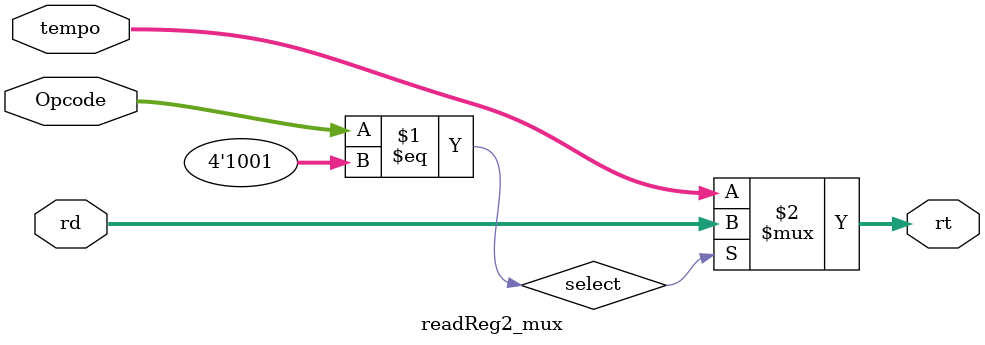
<source format=v>
module readReg2_mux(Opcode, tempo, rd, rt);
	input [3:0] Opcode;
	input [3:0] tempo, rd;
	output [3:0] rt;
	
	// opcode is SW, rd is rt
	wire select;
	assign select = (Opcode == 4'b1001);
	assign rt = select ? rd : tempo;

endmodule
</source>
